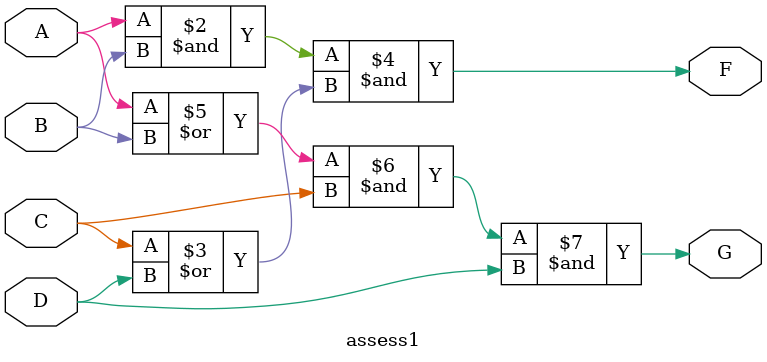
<source format=v>
module assess1(A,B,C,D,F,G);	// initialise module and all nodes

input A,B,C,D;					// assign inputs nodes
output F,G;						// and outputs

reg F,G;						// reserve memory for outputs. No need to remember inputs.

always @(A,B,C,D)				// act whenever input changes
	begin						// on any input, do the following calculations

		F <= A & B & (C | D);	// F is 1 when A and B and (C or D) are selected
		G <=(A | B) & C & D ;	// G is 1 when (A or B) and C and D are selected

	end							// and display results. Repeat.
endmodule

</source>
